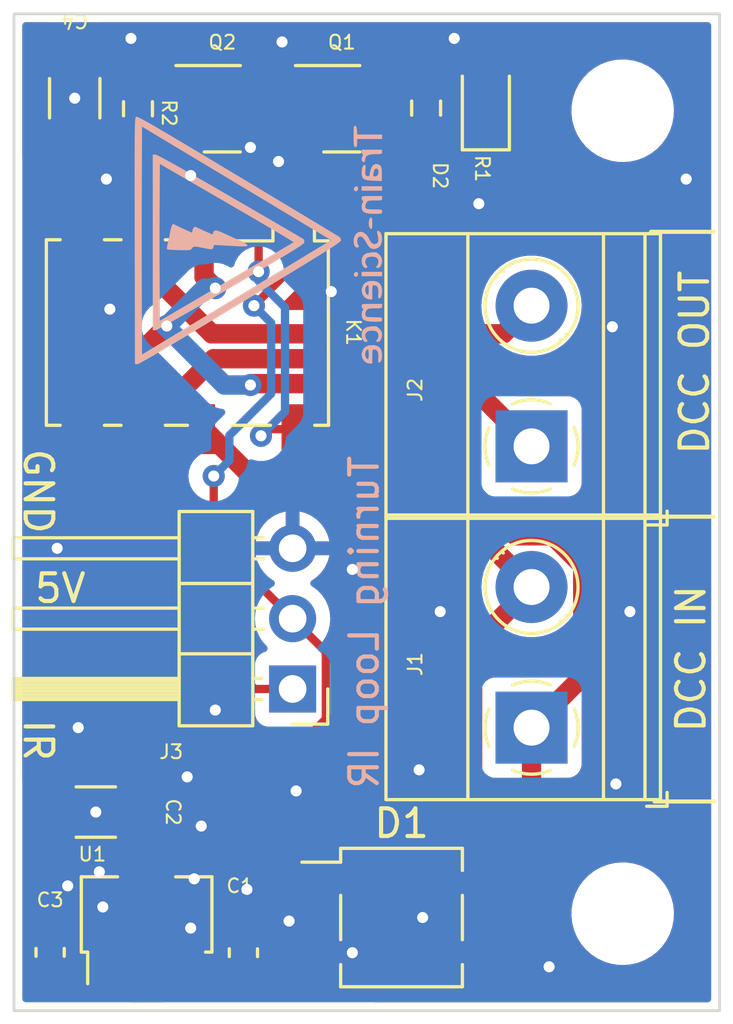
<source format=kicad_pcb>
(kicad_pcb (version 20221018) (generator pcbnew)
  (layers (0 "F.Cu" signal) (31 "B.Cu" signal) (34 "B.Paste" user) (35 "F.Paste" user) (36 "B.SilkS" user "B.Silkscreen") (37 "F.SilkS" user "F.Silkscreen") (38 "B.Mask" user) (39 "F.Mask" user) (44 "Edge.Cuts" user))
  (net 0 "")
  (net 1 "VCC")
  (net 2 "GND")
  (net 3 "+12V")
  (net 4 "/DCC_A_OUT")
  (net 5 "/DCC_B_OUT")
  (net 6 "/DCC_B_IN")
  (net 7 "/DCC_A_IN")
  (net 8 "Net-(D2-A)")
  (net 9 "Net-(J3-Pin_1)")
  (net 10 "Net-(Q1-B)")
  (net 11 "Net-(Q2-B)")
  (footprint "TerminalBlock_Phoenix:TerminalBlock_Phoenix_MKDS-1,5-2-5.08_1x02_P5.08mm_Horizontal" (layer "F.Cu") (at 187.706 81.28 90)
    (fp_text reference "J1" (at 2.293 -4.207 90 unlocked) (layer "F.SilkS") (effects (font (size 0.5 0.5) (thickness 0.075))))
    (fp_text value "DCC_IN")
    (pad "1" thru_hole rect (at 0 0 90) (size 2.6 2.6) (drill 1.3) (layers "*.Cu" "*.Mask") (net 7 "/DCC_A_IN"))
    (pad "2" thru_hole circle (at 5.08 0 90) (size 2.6 2.6) (drill 1.3) (layers "*.Cu" "*.Mask") (net 6 "/DCC_B_IN"))
  )
  (footprint "custom_kicad_lib_sk:R_0603_smalltext" (layer "F.Cu") (at 173.482 58.928 -90)
    (fp_text reference "R2" (at 0.15 -1.125 -90 unlocked) (layer "F.SilkS") (effects (font (size 0.5 0.5) (thickness 0.075))))
    (fp_text value "10k")
    (pad "1" smd roundrect (at -0.9125 0 270) (size 0.975 0.95) (layers "F.Cu" "F.Paste" "F.Mask") (net 11 "Net-(Q2-B)"))
    (pad "2" smd roundrect (at 0.9125 0 270) (size 0.975 0.95) (layers "F.Cu" "F.Paste" "F.Mask") (net 9 "Net-(J3-Pin_1)"))
  )
  (footprint "TerminalBlock_Phoenix:TerminalBlock_Phoenix_MKDS-1,5-2-5.08_1x02_P5.08mm_Horizontal" (layer "F.Cu") (at 187.706 71.12 90)
    (fp_text reference "J2" (at 2.039 -4.207 90 unlocked) (layer "F.SilkS") (effects (font (size 0.5 0.5) (thickness 0.075))))
    (fp_text value "DCC_out")
    (pad "1" thru_hole rect (at 0 0 90) (size 2.6 2.6) (drill 1.3) (layers "*.Cu" "*.Mask") (net 4 "/DCC_A_OUT"))
    (pad "2" thru_hole circle (at 5.08 0 90) (size 2.6 2.6) (drill 1.3) (layers "*.Cu" "*.Mask") (net 5 "/DCC_B_OUT"))
  )
  (footprint "Connector_PinHeader_2.54mm:PinHeader_1x03_P2.54mm_Horizontal" (layer "F.Cu") (at 179.07 79.883 180)
    (fp_text reference "J3" (at 4.385 -2.27 unlocked) (layer "F.SilkS") (effects (font (size 0.5 0.5) (thickness 0.075))))
    (fp_text value "Conn_01x03_Male")
    (pad "1" thru_hole rect (at 0 0 180) (size 1.7 1.7) (drill 1) (layers "*.Cu" "*.Mask") (net 9 "Net-(J3-Pin_1)"))
    (pad "2" thru_hole oval (at 0 2.54 180) (size 1.7 1.7) (drill 1) (layers "*.Cu" "*.Mask") (net 3 "+12V"))
    (pad "3" thru_hole oval (at 0 5.08 180) (size 1.7 1.7) (drill 1) (layers "*.Cu" "*.Mask") (net 2 "GND"))
  )
  (footprint "Capacitor_SMD:C_0603_1608Metric" (layer "F.Cu") (at 170.307 89.395 -90)
    (fp_text reference "C3" (at -1.892 0 unlocked) (layer "F.SilkS") (effects (font (size 0.5 0.5) (thickness 0.075))))
    (fp_text value "100nF")
    (pad "1" smd roundrect (at -0.775 0 270) (size 0.9 0.95) (layers "F.Cu" "F.Paste" "F.Mask") (net 2 "GND"))
    (pad "2" smd roundrect (at 0.775 0 270) (size 0.9 0.95) (layers "F.Cu" "F.Paste" "F.Mask") (net 3 "+12V"))
  )
  (footprint "Relay_SMD:Relay_DPDT_Omron_G6K-2F-Y" (layer "F.Cu") (at 175.27 67 -90)
    (fp_text reference "K1" (at 0 -6 -90 unlocked) (layer "F.SilkS") (effects (font (size 0.5 0.5) (thickness 0.075))))
    (fp_text value "G6K-2F-Y-TR DC5")
    (pad "1" smd rect (at -3.5 -3.8 270) (size 1.8 0.8) (layers "F.Cu" "F.Paste" "F.Mask") (net 3 "+12V"))
    (pad "2" smd rect (at -3.5 -0.6 270) (size 1.8 0.8) (layers "F.Cu" "F.Paste" "F.Mask") (net 7 "/DCC_A_IN"))
    (pad "3" smd rect (at -3.5 1.6 270) (size 1.8 0.8) (layers "F.Cu" "F.Paste" "F.Mask") (net 5 "/DCC_B_OUT"))
    (pad "4" smd rect (at -3.5 3.8 270) (size 1.8 0.8) (layers "F.Cu" "F.Paste" "F.Mask") (net 6 "/DCC_B_IN"))
    (pad "5" smd rect (at 3.5 3.8 270) (size 1.8 0.8) (layers "F.Cu" "F.Paste" "F.Mask") (net 7 "/DCC_A_IN"))
    (pad "6" smd rect (at 3.5 1.6 270) (size 1.8 0.8) (layers "F.Cu" "F.Paste" "F.Mask") (net 4 "/DCC_A_OUT"))
    (pad "7" smd rect (at 3.5 -0.6 270) (size 1.8 0.8) (layers "F.Cu" "F.Paste" "F.Mask") (net 6 "/DCC_B_IN"))
    (pad "8" smd rect (at 3.5 -3.8 270) (size 1.8 0.8) (layers "F.Cu" "F.Paste" "F.Mask") (net 8 "Net-(D2-A)"))
  )
  (footprint "custom_kicad_lib_sk:R_0603_smalltext" (layer "F.Cu") (at 183.896 58.9045 90)
    (fp_text reference "R1" (at -2.1825 2.032 270 unlocked) (layer "F.SilkS") (effects (font (size 0.5 0.5) (thickness 0.075))))
    (fp_text value "10k")
    (pad "1" smd roundrect (at -0.9125 0 90) (size 0.975 0.95) (layers "F.Cu" "F.Paste" "F.Mask") (net 3 "+12V"))
    (pad "2" smd roundrect (at 0.9125 0 90) (size 0.975 0.95) (layers "F.Cu" "F.Paste" "F.Mask") (net 10 "Net-(Q1-B)"))
  )
  (footprint "Package_TO_SOT_SMD:SOT-23" (layer "F.Cu") (at 176.53 58.928)
    (fp_text reference "Q2" (at 0 -2.4 unlocked) (layer "F.SilkS") (effects (font (size 0.5 0.5) (thickness 0.075))))
    (fp_text value "BC847")
    (pad "1" smd roundrect (at -0.9375 -0.95) (size 1.475 0.6) (layers "F.Cu" "F.Paste" "F.Mask") (net 11 "Net-(Q2-B)"))
    (pad "2" smd roundrect (at -0.9375 0.95) (size 1.475 0.6) (layers "F.Cu" "F.Paste" "F.Mask") (net 2 "GND"))
    (pad "3" smd roundrect (at 0.9375 0) (size 1.475 0.6) (layers "F.Cu" "F.Paste" "F.Mask") (net 10 "Net-(Q1-B)"))
  )
  (footprint "Capacitor_SMD:C_1206_3216Metric" (layer "F.Cu") (at 171.196 58.547 90)
    (fp_text reference "C4" (at 2.794 0 180 unlocked) (layer "F.SilkS") (effects (font (size 0.5 0.5) (thickness 0.075))))
    (fp_text value "22uF")
    (pad "1" smd roundrect (at -1.475 0 90) (size 1.15 1.8) (layers "F.Cu" "F.Paste" "F.Mask") (roundrect_rratio 0.2173913043) (net 9 "Net-(J3-Pin_1)"))
    (pad "2" smd roundrect (at 1.475 0 90) (size 1.15 1.8) (layers "F.Cu" "F.Paste" "F.Mask") (roundrect_rratio 0.2173913043) (net 2 "GND"))
  )
  (footprint "Capacitor_SMD:C_0603_1608Metric" (layer "F.Cu") (at 177.292 89.408 -90)
    (fp_text reference "C1" (at -2.413 0.127 unlocked) (layer "F.SilkS") (effects (font (size 0.5 0.5) (thickness 0.075))))
    (fp_text value "100nF")
    (pad "1" smd roundrect (at -0.775 0 270) (size 0.9 0.95) (layers "F.Cu" "F.Paste" "F.Mask") (net 2 "GND"))
    (pad "2" smd roundrect (at 0.775 0 270) (size 0.9 0.95) (layers "F.Cu" "F.Paste" "F.Mask") (net 1 "VCC"))
  )
  (footprint "Package_TO_SOT_SMD:TO-269AA" (layer "F.Cu") (at 183.007 88.138)
    (fp_text reference "D1" (at 0 -3.4) (layer "F.SilkS"))
    (fp_text value "MB10S")
    (pad "1" smd rect (at -3.075 -1.27) (size 1 0.8) (layers "F.Cu" "F.Paste" "F.Mask") (net 1 "VCC"))
    (pad "2" smd rect (at -3.075 1.27) (size 1 0.8) (layers "F.Cu" "F.Paste" "F.Mask") (net 2 "GND"))
    (pad "3" smd rect (at 3.075 1.27) (size 1 0.8) (layers "F.Cu" "F.Paste" "F.Mask") (net 7 "/DCC_A_IN"))
    (pad "4" smd rect (at 3.075 -1.27) (size 1 0.8) (layers "F.Cu" "F.Paste" "F.Mask") (net 6 "/DCC_B_IN"))
  )
  (footprint "Package_TO_SOT_SMD:SOT-89-3" (layer "F.Cu") (at 173.794 88.0265 90)
    (fp_text reference "U1" (at 2.1745 -1.963 unlocked) (layer "F.SilkS") (effects (font (size 0.5 0.5) (thickness 0.075))))
    (fp_text value "L78L12_SOT89")
    (pad "1" smd rect (at -1.95 -1.5 90) (size 1.3 0.9) (layers "F.Cu" "F.Paste" "F.Mask") (net 3 "+12V"))
    (pad "2" smd custom (at -1.8625 0 90) (size 1.475 0.9) (layers "F.Cu" "F.Paste" "F.Mask") (net 2 "GND") (options (clearance outline) (anchor rect)) (primitives (gr_poly (pts (xy 3.8625 0.8665) (xy 0.7375 0.8665) (xy 0.7375 -0.8665) (xy 3.8625 -0.8665)) (width 0) (fill yes))))
    (pad "3" smd rect (at -1.95 1.5 90) (size 1.3 0.9) (layers "F.Cu" "F.Paste" "F.Mask") (net 1 "VCC"))
  )
  (footprint "MountingHole:MountingHole_3.2mm_M3" (layer "F.Cu") (at 191 88)
    (fp_text reference "REF**" hide)
    (fp_text value "MountingHole_3.2mm_M3")
    (pad "" np_thru_hole circle (at 0 0) (size 3.2 3.2) (drill 3.2) (layers "F&B.Cu" "*.Mask"))
  )
  (footprint "Diode_SMD:D_SOD-323" (layer "F.Cu") (at 186.055 58.801 90)
    (fp_text reference "D2" (at -2.54 -1.651 270 unlocked) (layer "F.SilkS") (effects (font (size 0.5 0.5) (thickness 0.075))))
    (fp_text value "1N4148WS")
    (pad "1" smd roundrect (at -1.05 0 90) (size 0.6 0.45) (layers "F.Cu" "F.Paste" "F.Mask") (net 3 "+12V"))
    (pad "2" smd roundrect (at 1.05 0 90) (size 0.6 0.45) (layers "F.Cu" "F.Paste" "F.Mask") (net 8 "Net-(D2-A)"))
  )
  (footprint "Capacitor_SMD:C_1206_3216Metric" (layer "F.Cu") (at 171.958 84.328)
    (fp_text reference "C2" (at 2.794 0 -90 unlocked) (layer "F.SilkS") (effects (font (size 0.5 0.5) (thickness 0.075))))
    (fp_text value "22uF")
    (pad "1" smd roundrect (at -1.475 0) (size 1.15 1.8) (layers "F.Cu" "F.Paste" "F.Mask") (roundrect_rratio 0.2173913043) (net 3 "+12V"))
    (pad "2" smd roundrect (at 1.475 0) (size 1.15 1.8) (layers "F.Cu" "F.Paste" "F.Mask") (roundrect_rratio 0.2173913043) (net 2 "GND"))
  )
  (footprint "Package_TO_SOT_SMD:SOT-23" (layer "F.Cu") (at 180.848 58.928)
    (fp_text reference "Q1" (at 0 -2.4 unlocked) (layer "F.SilkS") (effects (font (size 0.5 0.5) (thickness 0.075))))
    (fp_text value "BC847")
    (pad "1" smd roundrect (at -0.9375 -0.95) (size 1.475 0.6) (layers "F.Cu" "F.Paste" "F.Mask") (net 10 "Net-(Q1-B)"))
    (pad "2" smd roundrect (at -0.9375 0.95) (size 1.475 0.6) (layers "F.Cu" "F.Paste" "F.Mask") (net 2 "GND"))
    (pad "3" smd roundrect (at 0.9375 0) (size 1.475 0.6) (layers "F.Cu" "F.Paste" "F.Mask") (net 8 "Net-(D2-A)"))
  )
  (footprint "MountingHole:MountingHole_3.2mm_M3" (layer "F.Cu") (at 191 59)
    (fp_text reference "REF**" hide)
    (fp_text value "MountingHole_3.2mm_M3")
    (pad "" np_thru_hole circle (at 0 0) (size 3.2 3.2) (drill 3.2) (layers "*.Cu" "*.Mask"))
  )
  (footprint "custom_kicad_lib_sk:Train-Science logo small" (layer "B.Cu") (at 177.927 63.754 -90)
    (fp_text reference "G***" hide)
    (fp_text value "LOGO" hide)
  )
  (gr_line (start 192.024 63.373) (end 194.31 63.373) (stroke (width 0.15)) (layer "F.SilkS"))
  (gr_line (start 192.151 73.66) (end 194.31 73.66) (stroke (width 0.15)) (layer "F.SilkS"))
  (gr_line (start 192.151 83.947) (end 194.31 83.947) (stroke (width 0.15)) (layer "F.SilkS"))
  (gr_rect (start 169 55.5) (end 194.5 91.5) (stroke (width 0.1)) (fill none) (layer "Edge.Cuts"))
  (gr_text "Turning Loop IR" (at 182.245 71.374 90) (layer "B.SilkS") (effects (font (size 1 1)) (justify left bottom mirror)))
  (gr_text "DCC IN" (at 194.056 81.534 90) (layer "F.SilkS") (effects (font (size 1 1)) (justify left bottom)))
  (gr_text "5V" (at 169.672 76.835) (layer "F.SilkS") (effects (font (size 1 1)) (justify left bottom)))
  (gr_text "DCC OUT\n" (at 194.183 71.501 90) (layer "F.SilkS") (effects (font (size 1 1)) (justify left bottom)))
  (gr_text "GND\n" (at 169.291 71.12 270) (layer "F.SilkS") (effects (font (size 1 1)) (justify left bottom)))
  (gr_text "IR" (at 169.291 80.899 270) (layer "F.SilkS") (effects (font (size 1 1)) (justify left bottom)))
  (segment (start 181.991 90.043) (end 181.991 88.773) (width 0.25) (layer "F.Cu") (net 1))
  (segment (start 177.292 90.183) (end 178.321 90.183) (width 0.25) (layer "F.Cu") (net 1))
  (segment (start 178.689 90.551) (end 181.483 90.551) (width 0.25) (layer "F.Cu") (net 1))
  (segment (start 180.208 86.99) (end 179.9815 86.99) (width 0.25) (layer "F.Cu") (net 1))
  (segment (start 178.321 90.183) (end 178.689 90.551) (width 0.25) (layer "F.Cu") (net 1))
  (segment (start 177.292 90.183) (end 175.5005 90.183) (width 0.25) (layer "F.Cu") (net 1))
  (segment (start 175.5005 90.183) (end 175.294 89.9765) (width 0.25) (layer "F.Cu") (net 1))
  (segment (start 181.483 90.551) (end 181.991 90.043) (width 0.25) (layer "F.Cu") (net 1))
  (segment (start 181.991 88.773) (end 180.208 86.99) (width 0.25) (layer "F.Cu") (net 1))
  (segment (start 179.9815 89.535) (end 181.102 89.535) (width 0.3) (layer "F.Cu") (net 2))
  (segment (start 179.9815 88.5415) (end 179.9815 89.535) (width 0.3) (layer "F.Cu") (net 2))
  (segment (start 179.705 88.265) (end 179.9815 88.5415) (width 0.3) (layer "F.Cu") (net 2))
  (segment (start 178.943 88.265) (end 179.705 88.265) (width 0.3) (layer "F.Cu") (net 2))
  (segment (start 179.9815 89.535) (end 178.943 89.535) (width 0.3) (layer "F.Cu") (net 2))
  (segment (start 181.102 89.535) (end 181.229 89.408) (width 0.3) (layer "F.Cu") (net 2))
  (segment (start 178.816 89.408) (end 178.435 89.027) (width 0.3) (layer "F.Cu") (net 2))
  (segment (start 178.943 89.535) (end 178.816 89.408) (width 0.3) (layer "F.Cu") (net 2))
  (via (at 185.801 62.357) (size 0.8) (drill 0.4) (layers "F.Cu" "B.Cu") (net 2))
  (via (at 175.26 83.058) (size 0.8) (drill 0.4) (layers "F.Cu" "B.Cu") (net 2))
  (via (at 171.323 81.28) (size 0.8) (drill 0.4) (layers "F.Cu" "B.Cu") (net 2))
  (via (at 172.212 87.757) (size 0.8) (drill 0.4) (layers "F.Cu" "B.Cu") (net 2))
  (via (at 178.562 60.833) (size 0.8) (drill 0.4) (layers "F.Cu" "B.Cu") (net 2))
  (via (at 171.958 84.328) (size 0.8) (drill 0.4) (layers "F.Cu" "B.Cu") (net 2))
  (via (at 176.276 80.645) (size 0.8) (drill 0.4) (layers "F.Cu" "B.Cu") (net 2))
  (via (at 184.404 77.089) (size 0.8) (drill 0.4) (layers "F.Cu" "B.Cu") (net 2))
  (via (at 190.754 83.312) (size 0.8) (drill 0.4) (layers "F.Cu" "B.Cu") (net 2))
  (via (at 183.769 88.138) (size 0.8) (drill 0.4) (layers "F.Cu" "B.Cu") (net 2))
  (via (at 175.768 84.836) (size 0.8) (drill 0.4) (layers "F.Cu" "B.Cu") (net 2))
  (via (at 175.387 61.341) (size 0.8) (drill 0.4) (layers "F.Cu" "B.Cu") (net 2))
  (via (at 172.085 86.487) (size 0.8) (drill 0.4) (layers "F.Cu" "B.Cu") (net 2))
  (via (at 170.561 74.803) (size 0.8) (drill 0.4) (layers "F.Cu" "B.Cu") (net 2))
  (via (at 173.228 56.388) (size 0.8) (drill 0.4) (layers "F.Cu" "B.Cu") (net 2))
  (via (at 190.627 66.802) (size 0.8) (drill 0.4) (layers "F.Cu" "B.Cu") (net 2))
  (via (at 181.229 89.408) (size 0.8) (drill 0.4) (layers "F.Cu" "B.Cu") (net 2))
  (via (at 177.419 87.122) (size 0.8) (drill 0.4) (layers "F.Cu" "B.Cu") (net 2))
  (via (at 193.294 61.468) (size 0.8) (drill 0.4) (layers "F.Cu" "B.Cu") (net 2))
  (via (at 172.339 61.468) (size 0.8) (drill 0.4) (layers "F.Cu" "B.Cu") (net 2))
  (via (at 170.942 86.995) (size 0.8) (drill 0.4) (layers "F.Cu" "B.Cu") (net 2))
  (via (at 177.546 60.325) (size 0.8) (drill 0.4) (layers "F.Cu" "B.Cu") (net 2))
  (via (at 175.514 86.741) (size 0.8) (drill 0.4) (layers "F.Cu" "B.Cu") (net 2))
  (via (at 183.642 82.804) (size 0.8) (drill 0.4) (layers "F.Cu" "B.Cu") (net 2))
  (via (at 184.912 56.388) (size 0.8) (drill 0.4) (layers "F.Cu" "B.Cu") (net 2))
  (via (at 180.467 65.532) (size 0.8) (drill 0.4) (layers "F.Cu" "B.Cu") (net 2))
  (via (at 181.229 75.565) (size 0.8) (drill 0.4) (layers "F.Cu" "B.Cu") (net 2))
  (via (at 191.262 77.089) (size 0.8) (drill 0.4) (layers "F.Cu" "B.Cu") (net 2))
  (via (at 171.196 58.547) (size 0.8) (drill 0.4) (layers "F.Cu" "B.Cu") (net 2))
  (via (at 179.197 83.566) (size 0.8) (drill 0.4) (layers "F.Cu" "B.Cu") (net 2))
  (via (at 175.387 88.519) (size 0.8) (drill 0.4) (layers "F.Cu" "B.Cu") (net 2))
  (via (at 178.689 56.515) (size 0.8) (drill 0.4) (layers "F.Cu" "B.Cu") (net 2))
  (via (at 188.341 89.916) (size 0.8) (drill 0.4) (layers "F.Cu" "B.Cu") (net 2))
  (via (at 178.943 88.265) (size 0.8) (drill 0.4) (layers "F.Cu" "B.Cu") (net 2))
  (via (at 172.466 66.167) (size 0.8) (drill 0.4) (layers "F.Cu" "B.Cu") (net 2))
  (segment (start 179.324 81.915) (end 180.27 80.969) (width 0.3) (layer "F.Cu") (net 3))
  (segment (start 176.219602 74.492602) (end 179.07 77.343) (width 0.3) (layer "F.Cu") (net 3))
  (segment (start 169.482 89.345) (end 170.307 90.17) (width 0.3) (layer "F.Cu") (net 3))
  (segment (start 170.483 84.328) (end 170.483 84.152) (width 0.3) (layer "F.Cu") (net 3))
  (segment (start 169.482 85.329) (end 169.482 89.345) (width 0.3) (layer "F.Cu") (net 3))
  (segment (start 170.483 84.152) (end 172.72 81.915) (width 0.3) (layer "F.Cu") (net 3))
  (segment (start 176.219602 72.192398) (end 176.219602 74.492602) (width 0.3) (layer "F.Cu") (net 3))
  (segment (start 172.72 81.915) (end 179.324 81.915) (width 0.3) (layer "F.Cu") (net 3))
  (segment (start 170.5005 89.9765) (end 170.307 90.17) (width 0.25) (layer "F.Cu") (net 3))
  (segment (start 172.294 89.9765) (end 170.5005 89.9765) (width 0.25) (layer "F.Cu") (net 3))
  (segment (start 170.483 84.328) (end 169.482 85.329) (width 0.3) (layer "F.Cu") (net 3))
  (segment (start 180.27 80.969) (end 180.27 78.543) (width 0.3) (layer "F.Cu") (net 3))
  (segment (start 186.055 59.851) (end 183.93 59.851) (width 0.3) (layer "F.Cu") (net 3))
  (segment (start 179.07 63.5) (end 179.07 64.643) (width 0.3) (layer "F.Cu") (net 3))
  (segment (start 180.27 78.543) (end 179.07 77.343) (width 0.3) (layer "F.Cu") (net 3))
  (segment (start 183.93 59.851) (end 183.896 59.817) (width 0.3) (layer "F.Cu") (net 3))
  (segment (start 183.896 59.817) (end 183.896 61.468) (width 0.3) (layer "F.Cu") (net 3))
  (segment (start 181.864 63.5) (end 179.07 63.5) (width 0.3) (layer "F.Cu") (net 3))
  (segment (start 183.896 61.468) (end 181.864 63.5) (width 0.3) (layer "F.Cu") (net 3))
  (segment (start 179.07 64.643) (end 177.673 66.04) (width 0.3) (layer "F.Cu") (net 3))
  (via (at 177.673 66.04) (size 0.8) (drill 0.4) (layers "F.Cu" "B.Cu") (net 3))
  (via (at 176.219602 72.192398) (size 0.8) (drill 0.4) (layers "F.Cu" "B.Cu") (net 3))
  (segment (start 178.296 69.216161) (end 176.784 70.72816) (width 0.3) (layer "B.Cu") (net 3))
  (segment (start 177.673 66.04) (end 178.296 66.663) (width 0.3) (layer "B.Cu") (net 3))
  (segment (start 176.784 70.72816) (end 176.784 71.628) (width 0.3) (layer "B.Cu") (net 3))
  (segment (start 176.784 71.628) (end 176.219602 72.192398) (width 0.3) (layer "B.Cu") (net 3))
  (segment (start 178.296 66.663) (end 178.296 69.216161) (width 0.3) (layer "B.Cu") (net 3))
  (segment (start 176.214 67.956) (end 173.67 70.5) (width 0.7) (layer "F.Cu") (net 4))
  (segment (start 187.706 71.12) (end 184.542 67.956) (width 0.7) (layer "F.Cu") (net 4))
  (segment (start 184.542 67.956) (end 176.214 67.956) (width 0.7) (layer "F.Cu") (net 4))
  (segment (start 186.69 67.056) (end 176.149 67.056) (width 0.7) (layer "F.Cu") (net 5))
  (segment (start 187.706 66.04) (end 186.69 67.056) (width 0.7) (layer "F.Cu") (net 5))
  (segment (start 176.149 67.056) (end 173.67 64.577) (width 0.7) (layer "F.Cu") (net 5))
  (segment (start 173.67 64.577) (end 173.67 63.5) (width 0.7) (layer "F.Cu") (net 5))
  (segment (start 170.942 72.136) (end 174.498 72.136) (width 0.7) (layer "F.Cu") (net 6))
  (segment (start 187.706 76.2) (end 183.769 72.263) (width 0.7) (layer "F.Cu") (net 6))
  (segment (start 175.87 70.764) (end 175.87 70.5) (width 0.7) (layer "F.Cu") (net 6))
  (segment (start 186.082 85.09) (end 186.082 86.868) (width 0.7) (layer "F.Cu") (net 6))
  (segment (start 170.52 71.714) (end 170.942 72.136) (width 0.7) (layer "F.Cu") (net 6))
  (segment (start 185.5745 84.5825) (end 186.082 85.09) (width 0.7) (layer "F.Cu") (net 6))
  (segment (start 183.769 72.263) (end 177.633 72.263) (width 0.7) (layer "F.Cu") (net 6))
  (segment (start 174.498 72.136) (end 175.87 70.764) (width 0.7) (layer "F.Cu") (net 6))
  (segment (start 170.52 64.45) (end 170.52 71.714) (width 0.7) (layer "F.Cu") (net 6))
  (segment (start 187.706 76.2) (end 185.5745 78.3315) (width 0.7) (layer "F.Cu") (net 6))
  (segment (start 177.633 72.263) (end 175.87 70.5) (width 0.7) (layer "F.Cu") (net 6))
  (segment (start 171.47 63.5) (end 170.52 64.45) (width 0.7) (layer "F.Cu") (net 6))
  (segment (start 185.5745 78.3315) (end 185.5745 84.5825) (width 0.7) (layer "F.Cu") (net 6))
  (segment (start 175.87 63.5) (end 175.87 64.999) (width 0.7) (layer "F.Cu") (net 7))
  (segment (start 189.556 75.433704) (end 189.556 79.43) (width 0.7) (layer "F.Cu") (net 7))
  (segment (start 177.5955 68.856) (end 181.634792 68.856) (width 0.7) (layer "F.Cu") (net 7))
  (segment (start 187.706 81.28) (end 187.706 87.784) (width 0.7) (layer "F.Cu") (net 7))
  (segment (start 175.87 64.999) (end 176.276 65.405) (width 0.7) (layer "F.Cu") (net 7))
  (segment (start 177.546 68.9055) (end 177.5955 68.856) (width 0.7) (layer "F.Cu") (net 7))
  (segment (start 187.128792 74.35) (end 188.472296 74.35) (width 0.7) (layer "F.Cu") (net 7))
  (segment (start 188.472296 74.35) (end 189.556 75.433704) (width 0.7) (layer "F.Cu") (net 7))
  (segment (start 174.525101 66.774899) (end 171.47 69.83) (width 0.7) (layer "F.Cu") (net 7))
  (segment (start 187.706 87.784) (end 186.082 89.408) (width 0.7) (layer "F.Cu") (net 7))
  (segment (start 189.556 79.43) (end 187.706 81.28) (width 0.7) (layer "F.Cu") (net 7))
  (segment (start 171.47 69.83) (end 171.47 70.5) (width 0.7) (layer "F.Cu") (net 7))
  (segment (start 181.634792 68.856) (end 187.128792 74.35) (width 0.7) (layer "F.Cu") (net 7))
  (via (at 177.546 68.9055) (size 0.8) (drill 0.4) (layers "F.Cu" "B.Cu") (net 7))
  (via (at 176.276 65.405) (size 0.8) (drill 0.4) (layers "F.Cu" "B.Cu") (net 7))
  (via (at 174.525101 66.774899) (size 0.8) (drill 0.4) (layers "F.Cu" "B.Cu") (net 7))
  (segment (start 174.525101 66.829101) (end 176.6015 68.9055) (width 0.7) (layer "B.Cu") (net 7))
  (segment (start 174.525101 66.774899) (end 174.525101 66.829101) (width 0.7) (layer "B.Cu") (net 7))
  (segment (start 175.895 65.405) (end 174.525101 66.774899) (width 0.7) (layer "B.Cu") (net 7))
  (segment (start 176.6015 68.9055) (end 177.546 68.9055) (width 0.7) (layer "B.Cu") (net 7))
  (segment (start 176.276 65.405) (end 175.895 65.405) (width 0.7) (layer "B.Cu") (net 7))
  (segment (start 178.848 61.722) (end 180.34 61.722) (width 0.3) (layer "F.Cu") (net 8))
  (segment (start 178.166 70.5) (end 177.927 70.739) (width 0.3) (layer "F.Cu") (net 8))
  (segment (start 177.841523 64.811523) (end 177.841523 62.728477) (width 0.3) (layer "F.Cu") (net 8))
  (segment (start 179.07 70.5) (end 178.166 70.5) (width 0.3) (layer "F.Cu") (net 8))
  (segment (start 181.7855 60.2765) (end 181.7855 58.928) (width 0.3) (layer "F.Cu") (net 8))
  (segment (start 184.27835 58.928) (end 185.45535 57.751) (width 0.3) (layer "F.Cu") (net 8))
  (segment (start 185.45535 57.751) (end 186.055 57.751) (width 0.3) (layer "F.Cu") (net 8))
  (segment (start 177.841523 62.728477) (end 178.848 61.722) (width 0.3) (layer "F.Cu") (net 8))
  (segment (start 180.34 61.722) (end 181.7855 60.2765) (width 0.3) (layer "F.Cu") (net 8))
  (segment (start 181.7855 58.928) (end 184.27835 58.928) (width 0.3) (layer "F.Cu") (net 8))
  (via (at 177.841523 64.811523) (size 0.8) (drill 0.4) (layers "F.Cu" "B.Cu") (net 8))
  (via (at 177.927 70.739) (size 0.8) (drill 0.4) (layers "F.Cu" "B.Cu") (net 8))
  (segment (start 177.841523 64.811523) (end 177.841523 65.147862) (width 0.3) (layer "B.Cu") (net 8))
  (segment (start 178.796 69.87) (end 177.927 70.739) (width 0.3) (layer "B.Cu") (net 8))
  (segment (start 178.796 66.102339) (end 178.796 69.87) (width 0.3) (layer "B.Cu") (net 8))
  (segment (start 177.841523 65.147862) (end 178.796 66.102339) (width 0.3) (layer "B.Cu") (net 8))
  (segment (start 179.07 79.883) (end 177.69905 79.883) (width 0.3) (layer "F.Cu") (net 9))
  (segment (start 171.3775 59.8405) (end 171.196 60.022) (width 0.3) (layer "F.Cu") (net 9))
  (segment (start 169.82 61.398) (end 171.196 60.022) (width 0.3) (layer "F.Cu") (net 9))
  (segment (start 173.482 59.8405) (end 171.3775 59.8405) (width 0.3) (layer "F.Cu") (net 9))
  (segment (start 177.69905 79.883) (end 169.82 72.003949) (width 0.3) (layer "F.Cu") (net 9))
  (segment (start 169.82 72.003949) (end 169.82 61.398) (width 0.3) (layer "F.Cu") (net 9))
  (segment (start 183.896 57.992) (end 179.9245 57.992) (width 0.3) (layer "F.Cu") (net 10))
  (segment (start 179.9245 57.992) (end 179.9105 57.978) (width 0.3) (layer "F.Cu") (net 10))
  (segment (start 178.562 58.928) (end 179.512 57.978) (width 0.3) (layer "F.Cu") (net 10))
  (segment (start 179.512 57.978) (end 179.9105 57.978) (width 0.3) (layer "F.Cu") (net 10))
  (segment (start 177.4675 58.928) (end 178.562 58.928) (width 0.3) (layer "F.Cu") (net 10))
  (segment (start 173.5195 57.978) (end 173.482 58.0155) (width 0.3) (layer "F.Cu") (net 11))
  (segment (start 175.5925 57.978) (end 173.5195 57.978) (width 0.3) (layer "F.Cu") (net 11))
  (zone (net 2) (net_name "GND") (layers "F&B.Cu") (connect_pads (clearance 0.508)) (min_thickness 0.25) (fill yes (thermal_gap 0.5) (thermal_bridge_width 0.5))
    (polygon (pts (xy 168.5 55) (xy 195 55) (xy 195 92) (xy 168.5 92)))
  )
)
</source>
